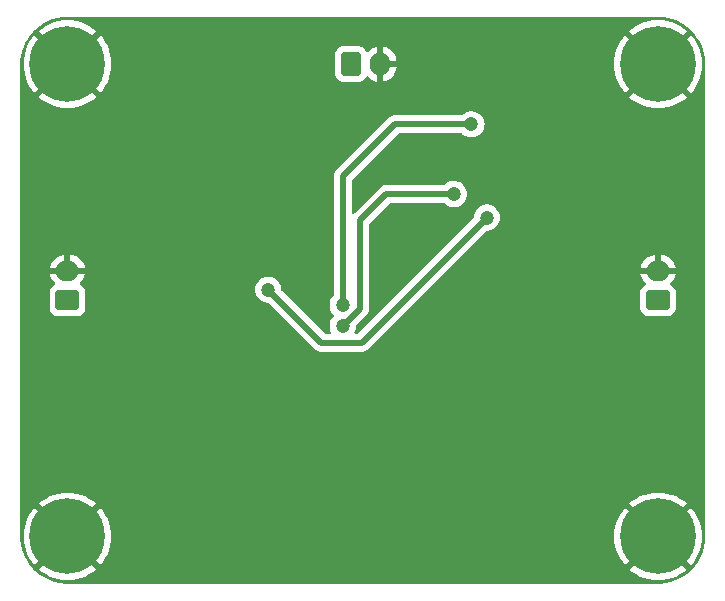
<source format=gbr>
%TF.GenerationSoftware,KiCad,Pcbnew,7.0.10-7.0.10~ubuntu22.04.1*%
%TF.CreationDate,2024-02-29T14:22:19+01:00*%
%TF.ProjectId,tp_micro_tetar_darriet,74705f6d-6963-4726-9f5f-74657461725f,rev?*%
%TF.SameCoordinates,Original*%
%TF.FileFunction,Copper,L2,Bot*%
%TF.FilePolarity,Positive*%
%FSLAX46Y46*%
G04 Gerber Fmt 4.6, Leading zero omitted, Abs format (unit mm)*
G04 Created by KiCad (PCBNEW 7.0.10-7.0.10~ubuntu22.04.1) date 2024-02-29 14:22:19*
%MOMM*%
%LPD*%
G01*
G04 APERTURE LIST*
G04 Aperture macros list*
%AMRoundRect*
0 Rectangle with rounded corners*
0 $1 Rounding radius*
0 $2 $3 $4 $5 $6 $7 $8 $9 X,Y pos of 4 corners*
0 Add a 4 corners polygon primitive as box body*
4,1,4,$2,$3,$4,$5,$6,$7,$8,$9,$2,$3,0*
0 Add four circle primitives for the rounded corners*
1,1,$1+$1,$2,$3*
1,1,$1+$1,$4,$5*
1,1,$1+$1,$6,$7*
1,1,$1+$1,$8,$9*
0 Add four rect primitives between the rounded corners*
20,1,$1+$1,$2,$3,$4,$5,0*
20,1,$1+$1,$4,$5,$6,$7,0*
20,1,$1+$1,$6,$7,$8,$9,0*
20,1,$1+$1,$8,$9,$2,$3,0*%
G04 Aperture macros list end*
%TA.AperFunction,ComponentPad*%
%ADD10C,6.400000*%
%TD*%
%TA.AperFunction,ComponentPad*%
%ADD11RoundRect,0.250000X0.750000X-0.600000X0.750000X0.600000X-0.750000X0.600000X-0.750000X-0.600000X0*%
%TD*%
%TA.AperFunction,ComponentPad*%
%ADD12O,2.000000X1.700000*%
%TD*%
%TA.AperFunction,ComponentPad*%
%ADD13RoundRect,0.250000X-0.600000X-0.750000X0.600000X-0.750000X0.600000X0.750000X-0.600000X0.750000X0*%
%TD*%
%TA.AperFunction,ComponentPad*%
%ADD14O,1.700000X2.000000*%
%TD*%
%TA.AperFunction,ViaPad*%
%ADD15C,1.200000*%
%TD*%
%TA.AperFunction,Conductor*%
%ADD16C,0.500000*%
%TD*%
G04 APERTURE END LIST*
D10*
%TO.P,H2,1,1*%
%TO.N,GND*%
X100000000Y-50000000D03*
%TD*%
D11*
%TO.P,J2,1,Pin_1*%
%TO.N,ADC_IN1*%
X50000000Y-70000000D03*
D12*
%TO.P,J2,2,Pin_2*%
%TO.N,GND*%
X50000000Y-67500000D03*
%TD*%
D10*
%TO.P,H1,1,1*%
%TO.N,GND*%
X50000000Y-50000000D03*
%TD*%
D11*
%TO.P,J4,1,Pin_1*%
%TO.N,DAC_OUT*%
X100000000Y-70000000D03*
D12*
%TO.P,J4,2,Pin_2*%
%TO.N,GND*%
X100000000Y-67500000D03*
%TD*%
D10*
%TO.P,H4,1,1*%
%TO.N,GND*%
X100000000Y-90000000D03*
%TD*%
%TO.P,H3,1,1*%
%TO.N,GND*%
X50000000Y-90000000D03*
%TD*%
D13*
%TO.P,J3,1,Pin_1*%
%TO.N,+5V*%
X74000000Y-50000000D03*
D14*
%TO.P,J3,2,Pin_2*%
%TO.N,GND*%
X76500000Y-50000000D03*
%TD*%
D15*
%TO.N,GND*%
X70300000Y-85000000D03*
X70000000Y-75100000D03*
X53000000Y-76700000D03*
X69500000Y-62000000D03*
X78000000Y-76000000D03*
X66600000Y-66900000D03*
X68600000Y-80700000D03*
X88000000Y-54800000D03*
X68000000Y-47800000D03*
X60000000Y-47700000D03*
X57000000Y-47600000D03*
X90500000Y-72000000D03*
%TO.N,NRST*%
X85500000Y-63000000D03*
X67000000Y-69100000D03*
%TO.N,USART2_RX*%
X73300000Y-70400000D03*
X84200000Y-55100000D03*
%TO.N,USART2_TX*%
X73300000Y-72200000D03*
X82700000Y-61000000D03*
%TD*%
D16*
%TO.N,NRST*%
X71500000Y-73600000D02*
X67000000Y-69100000D01*
X74900000Y-73600000D02*
X71500000Y-73600000D01*
X85500000Y-63000000D02*
X74900000Y-73600000D01*
%TO.N,USART2_RX*%
X73300000Y-59500000D02*
X77700000Y-55100000D01*
X73300000Y-70400000D02*
X73300000Y-59500000D01*
X77700000Y-55100000D02*
X84200000Y-55100000D01*
%TO.N,USART2_TX*%
X77000000Y-61000000D02*
X82700000Y-61000000D01*
X74800000Y-63200000D02*
X77000000Y-61000000D01*
X74800000Y-70700000D02*
X74800000Y-63200000D01*
X73300000Y-72200000D02*
X74800000Y-70700000D01*
%TD*%
%TA.AperFunction,Conductor*%
%TO.N,GND*%
G36*
X100002898Y-46000634D02*
G01*
X100172759Y-46008487D01*
X100172756Y-46008574D01*
X100173119Y-46008504D01*
X100369701Y-46018162D01*
X100380863Y-46019212D01*
X100563028Y-46044623D01*
X100563672Y-46044716D01*
X100747168Y-46071935D01*
X100757496Y-46073912D01*
X100938575Y-46116501D01*
X100940078Y-46116866D01*
X101117787Y-46161380D01*
X101127186Y-46164128D01*
X101304416Y-46223530D01*
X101306637Y-46224299D01*
X101478154Y-46285668D01*
X101486584Y-46289032D01*
X101657972Y-46364707D01*
X101660889Y-46366040D01*
X101825064Y-46443689D01*
X101832472Y-46447499D01*
X101929135Y-46501341D01*
X101996389Y-46538802D01*
X101999852Y-46540804D01*
X102155295Y-46633972D01*
X102161713Y-46638087D01*
X102316664Y-46744231D01*
X102320515Y-46746977D01*
X102465933Y-46854826D01*
X102471370Y-46859094D01*
X102615909Y-46979118D01*
X102620030Y-46982694D01*
X102754160Y-47104262D01*
X102758639Y-47108527D01*
X102891471Y-47241359D01*
X102895736Y-47245838D01*
X103017304Y-47379968D01*
X103020880Y-47384089D01*
X103140904Y-47528628D01*
X103145172Y-47534065D01*
X103253021Y-47679483D01*
X103255767Y-47683334D01*
X103361902Y-47838272D01*
X103366026Y-47844703D01*
X103459194Y-48000146D01*
X103461196Y-48003609D01*
X103552490Y-48167510D01*
X103556317Y-48174951D01*
X103633944Y-48339080D01*
X103635305Y-48342058D01*
X103710963Y-48513408D01*
X103714333Y-48521853D01*
X103775662Y-48693254D01*
X103776496Y-48695662D01*
X103835868Y-48872806D01*
X103838624Y-48882231D01*
X103883097Y-49059776D01*
X103883526Y-49061544D01*
X103926083Y-49242487D01*
X103928066Y-49252847D01*
X103955247Y-49436084D01*
X103955403Y-49437164D01*
X103980783Y-49619104D01*
X103981839Y-49630330D01*
X103991494Y-49826875D01*
X103991502Y-49827238D01*
X103991512Y-49827238D01*
X103999366Y-49997101D01*
X103999500Y-50002921D01*
X103999500Y-89997078D01*
X103999366Y-90002898D01*
X103991512Y-90172761D01*
X103991494Y-90173123D01*
X103981839Y-90369668D01*
X103980783Y-90380894D01*
X103955403Y-90562834D01*
X103955247Y-90563914D01*
X103928066Y-90747151D01*
X103926083Y-90757511D01*
X103883526Y-90938454D01*
X103883097Y-90940222D01*
X103838624Y-91117767D01*
X103835868Y-91127192D01*
X103776496Y-91304336D01*
X103775662Y-91306744D01*
X103714333Y-91478145D01*
X103710963Y-91486590D01*
X103635305Y-91657940D01*
X103633944Y-91660918D01*
X103556317Y-91825047D01*
X103552490Y-91832488D01*
X103461196Y-91996389D01*
X103459194Y-91999852D01*
X103366026Y-92155295D01*
X103361902Y-92161726D01*
X103255767Y-92316664D01*
X103253021Y-92320515D01*
X103145172Y-92465933D01*
X103140904Y-92471370D01*
X103020880Y-92615909D01*
X103017304Y-92620030D01*
X102895736Y-92754160D01*
X102891471Y-92758639D01*
X102758639Y-92891471D01*
X102754160Y-92895736D01*
X102620030Y-93017304D01*
X102615909Y-93020880D01*
X102471370Y-93140904D01*
X102465933Y-93145172D01*
X102320515Y-93253021D01*
X102316664Y-93255767D01*
X102161726Y-93361902D01*
X102155295Y-93366026D01*
X101999852Y-93459194D01*
X101996389Y-93461196D01*
X101832488Y-93552490D01*
X101825047Y-93556317D01*
X101660918Y-93633944D01*
X101657940Y-93635305D01*
X101486590Y-93710963D01*
X101478145Y-93714333D01*
X101306744Y-93775662D01*
X101304336Y-93776496D01*
X101127192Y-93835868D01*
X101117767Y-93838624D01*
X100940222Y-93883097D01*
X100938454Y-93883526D01*
X100757511Y-93926083D01*
X100747151Y-93928066D01*
X100563914Y-93955247D01*
X100562834Y-93955403D01*
X100380894Y-93980783D01*
X100369668Y-93981839D01*
X100173123Y-93991494D01*
X100172761Y-93991512D01*
X100002898Y-93999366D01*
X99997078Y-93999500D01*
X50002922Y-93999500D01*
X49997102Y-93999366D01*
X49827238Y-93991512D01*
X49827238Y-93991502D01*
X49826875Y-93991494D01*
X49630330Y-93981839D01*
X49619104Y-93980783D01*
X49437164Y-93955403D01*
X49436084Y-93955247D01*
X49252847Y-93928066D01*
X49242487Y-93926083D01*
X49061544Y-93883526D01*
X49059776Y-93883097D01*
X48882231Y-93838624D01*
X48872806Y-93835868D01*
X48695662Y-93776496D01*
X48693254Y-93775662D01*
X48521853Y-93714333D01*
X48513408Y-93710963D01*
X48342058Y-93635305D01*
X48339080Y-93633944D01*
X48174951Y-93556317D01*
X48167510Y-93552490D01*
X48003609Y-93461196D01*
X48000146Y-93459194D01*
X47844703Y-93366026D01*
X47838272Y-93361902D01*
X47683334Y-93255767D01*
X47679483Y-93253021D01*
X47534065Y-93145172D01*
X47528628Y-93140904D01*
X47384089Y-93020880D01*
X47379968Y-93017304D01*
X47245838Y-92895736D01*
X47241359Y-92891471D01*
X47108527Y-92758639D01*
X47104262Y-92754160D01*
X46982694Y-92620030D01*
X46979118Y-92615909D01*
X46859094Y-92471370D01*
X46854826Y-92465933D01*
X46746977Y-92320515D01*
X46744231Y-92316664D01*
X46707637Y-92263243D01*
X46638087Y-92161713D01*
X46633972Y-92155295D01*
X46540804Y-91999852D01*
X46538802Y-91996389D01*
X46460906Y-91856541D01*
X46447499Y-91832472D01*
X46443689Y-91825064D01*
X46366040Y-91660889D01*
X46364693Y-91657940D01*
X46339110Y-91600000D01*
X46289032Y-91486584D01*
X46285665Y-91478145D01*
X46224299Y-91306637D01*
X46223530Y-91304416D01*
X46164128Y-91127186D01*
X46161380Y-91117787D01*
X46116866Y-90940078D01*
X46116501Y-90938575D01*
X46073912Y-90757496D01*
X46071935Y-90747168D01*
X46044716Y-90563672D01*
X46044623Y-90563028D01*
X46019212Y-90380863D01*
X46018162Y-90369699D01*
X46008485Y-90172724D01*
X46000634Y-90002898D01*
X46000567Y-90000006D01*
X46286911Y-90000006D01*
X46307250Y-90388114D01*
X46368051Y-90771995D01*
X46468644Y-91147414D01*
X46607919Y-91510239D01*
X46607923Y-91510247D01*
X46784365Y-91856535D01*
X46784369Y-91856541D01*
X46996049Y-92182501D01*
X47202877Y-92437911D01*
X48699994Y-90940794D01*
X48701570Y-90943365D01*
X48865130Y-91134870D01*
X49056635Y-91298430D01*
X49059204Y-91300004D01*
X47562087Y-92797121D01*
X47817498Y-93003950D01*
X48143458Y-93215630D01*
X48143464Y-93215634D01*
X48489752Y-93392076D01*
X48489760Y-93392080D01*
X48852585Y-93531355D01*
X49228004Y-93631948D01*
X49611885Y-93692749D01*
X49999994Y-93713089D01*
X50000006Y-93713089D01*
X50388114Y-93692749D01*
X50771995Y-93631948D01*
X51147414Y-93531355D01*
X51510239Y-93392080D01*
X51510247Y-93392076D01*
X51856535Y-93215634D01*
X51856541Y-93215630D01*
X52182501Y-93003950D01*
X52437911Y-92797121D01*
X50940795Y-91300004D01*
X50943365Y-91298430D01*
X51134870Y-91134870D01*
X51298430Y-90943365D01*
X51300004Y-90940794D01*
X52797121Y-92437911D01*
X53003950Y-92182501D01*
X53215630Y-91856541D01*
X53215634Y-91856535D01*
X53392076Y-91510247D01*
X53392080Y-91510239D01*
X53531355Y-91147414D01*
X53631948Y-90771995D01*
X53692749Y-90388114D01*
X53713089Y-90000006D01*
X96286911Y-90000006D01*
X96307250Y-90388114D01*
X96368051Y-90771995D01*
X96468644Y-91147414D01*
X96607919Y-91510239D01*
X96607923Y-91510247D01*
X96784365Y-91856535D01*
X96784369Y-91856541D01*
X96996049Y-92182501D01*
X97202877Y-92437911D01*
X98699994Y-90940794D01*
X98701570Y-90943365D01*
X98865130Y-91134870D01*
X99056635Y-91298430D01*
X99059204Y-91300004D01*
X97562087Y-92797121D01*
X97817498Y-93003950D01*
X98143458Y-93215630D01*
X98143464Y-93215634D01*
X98489752Y-93392076D01*
X98489760Y-93392080D01*
X98852585Y-93531355D01*
X99228004Y-93631948D01*
X99611885Y-93692749D01*
X99999994Y-93713089D01*
X100000006Y-93713089D01*
X100388114Y-93692749D01*
X100771995Y-93631948D01*
X101147414Y-93531355D01*
X101510239Y-93392080D01*
X101510247Y-93392076D01*
X101856535Y-93215634D01*
X101856541Y-93215630D01*
X102182501Y-93003950D01*
X102437911Y-92797121D01*
X100940795Y-91300004D01*
X100943365Y-91298430D01*
X101134870Y-91134870D01*
X101298430Y-90943365D01*
X101300004Y-90940794D01*
X102797121Y-92437911D01*
X103003950Y-92182501D01*
X103215630Y-91856541D01*
X103215634Y-91856535D01*
X103392076Y-91510247D01*
X103392080Y-91510239D01*
X103531355Y-91147414D01*
X103631948Y-90771995D01*
X103692749Y-90388114D01*
X103713089Y-90000006D01*
X103713089Y-89999993D01*
X103692749Y-89611885D01*
X103631948Y-89228004D01*
X103531355Y-88852585D01*
X103392080Y-88489760D01*
X103392076Y-88489752D01*
X103215628Y-88143455D01*
X103003957Y-87817508D01*
X103003952Y-87817501D01*
X102797121Y-87562087D01*
X101300004Y-89059204D01*
X101298430Y-89056635D01*
X101134870Y-88865130D01*
X100943365Y-88701570D01*
X100940794Y-88699994D01*
X102437911Y-87202877D01*
X102182501Y-86996049D01*
X101856541Y-86784369D01*
X101856535Y-86784365D01*
X101510247Y-86607923D01*
X101510239Y-86607919D01*
X101147414Y-86468644D01*
X100771995Y-86368051D01*
X100388114Y-86307250D01*
X100000006Y-86286911D01*
X99999994Y-86286911D01*
X99611885Y-86307250D01*
X99228004Y-86368051D01*
X98852585Y-86468644D01*
X98489760Y-86607919D01*
X98489752Y-86607923D01*
X98143455Y-86784371D01*
X97817508Y-86996042D01*
X97817491Y-86996054D01*
X97562088Y-87202876D01*
X97562087Y-87202877D01*
X99059205Y-88699995D01*
X99056635Y-88701570D01*
X98865130Y-88865130D01*
X98701570Y-89056635D01*
X98699995Y-89059205D01*
X97202877Y-87562087D01*
X97202876Y-87562088D01*
X96996054Y-87817491D01*
X96996042Y-87817508D01*
X96784371Y-88143455D01*
X96607923Y-88489752D01*
X96607919Y-88489760D01*
X96468644Y-88852585D01*
X96368051Y-89228004D01*
X96307250Y-89611885D01*
X96286911Y-89999993D01*
X96286911Y-90000006D01*
X53713089Y-90000006D01*
X53713089Y-89999993D01*
X53692749Y-89611885D01*
X53631948Y-89228004D01*
X53531355Y-88852585D01*
X53392080Y-88489760D01*
X53392076Y-88489752D01*
X53215628Y-88143455D01*
X53003957Y-87817508D01*
X53003952Y-87817501D01*
X52797121Y-87562087D01*
X51300004Y-89059204D01*
X51298430Y-89056635D01*
X51134870Y-88865130D01*
X50943365Y-88701570D01*
X50940794Y-88699994D01*
X52437911Y-87202877D01*
X52182501Y-86996049D01*
X51856541Y-86784369D01*
X51856535Y-86784365D01*
X51510247Y-86607923D01*
X51510239Y-86607919D01*
X51147414Y-86468644D01*
X50771995Y-86368051D01*
X50388114Y-86307250D01*
X50000006Y-86286911D01*
X49999994Y-86286911D01*
X49611885Y-86307250D01*
X49228004Y-86368051D01*
X48852585Y-86468644D01*
X48489760Y-86607919D01*
X48489752Y-86607923D01*
X48143455Y-86784371D01*
X47817508Y-86996042D01*
X47817491Y-86996054D01*
X47562088Y-87202876D01*
X47562087Y-87202877D01*
X49059205Y-88699995D01*
X49056635Y-88701570D01*
X48865130Y-88865130D01*
X48701570Y-89056635D01*
X48699995Y-89059205D01*
X47202877Y-87562087D01*
X47202876Y-87562088D01*
X46996054Y-87817491D01*
X46996042Y-87817508D01*
X46784371Y-88143455D01*
X46607923Y-88489752D01*
X46607919Y-88489760D01*
X46468644Y-88852585D01*
X46368051Y-89228004D01*
X46307250Y-89611885D01*
X46286911Y-89999993D01*
X46286911Y-90000006D01*
X46000567Y-90000006D01*
X46000500Y-89997079D01*
X46000500Y-70650544D01*
X48491500Y-70650544D01*
X48502112Y-70754425D01*
X48557885Y-70922738D01*
X48650970Y-71073652D01*
X48650975Y-71073658D01*
X48776341Y-71199024D01*
X48776347Y-71199029D01*
X48776348Y-71199030D01*
X48927262Y-71292115D01*
X49095574Y-71347887D01*
X49199455Y-71358500D01*
X50800544Y-71358499D01*
X50904426Y-71347887D01*
X51072738Y-71292115D01*
X51223652Y-71199030D01*
X51349030Y-71073652D01*
X51442115Y-70922738D01*
X51497887Y-70754426D01*
X51508500Y-70650545D01*
X51508499Y-69349456D01*
X51497887Y-69245574D01*
X51449649Y-69100000D01*
X65886751Y-69100000D01*
X65905706Y-69304562D01*
X65961923Y-69502144D01*
X65961929Y-69502160D01*
X66053493Y-69686045D01*
X66053497Y-69686050D01*
X66177297Y-69849990D01*
X66329116Y-69988391D01*
X66329118Y-69988392D01*
X66503782Y-70096540D01*
X66695345Y-70170751D01*
X66897282Y-70208500D01*
X66983629Y-70208500D01*
X67051750Y-70228502D01*
X67072724Y-70245405D01*
X70918092Y-74090773D01*
X70930065Y-74104627D01*
X70944531Y-74124058D01*
X70982874Y-74156231D01*
X70990967Y-74163648D01*
X70994899Y-74167580D01*
X71019452Y-74186994D01*
X71022284Y-74189300D01*
X71080360Y-74238032D01*
X71080366Y-74238035D01*
X71086495Y-74242067D01*
X71086457Y-74242123D01*
X71092806Y-74246168D01*
X71092842Y-74246111D01*
X71099094Y-74249967D01*
X71167807Y-74282009D01*
X71171096Y-74283601D01*
X71238812Y-74317609D01*
X71238814Y-74317609D01*
X71245711Y-74320120D01*
X71245687Y-74320184D01*
X71252803Y-74322658D01*
X71252825Y-74322594D01*
X71259794Y-74324903D01*
X71334025Y-74340230D01*
X71337587Y-74341019D01*
X71411344Y-74358500D01*
X71411347Y-74358500D01*
X71418633Y-74359352D01*
X71418625Y-74359418D01*
X71426124Y-74360184D01*
X71426130Y-74360118D01*
X71433433Y-74360756D01*
X71433442Y-74360758D01*
X71507346Y-74358608D01*
X71509240Y-74358553D01*
X71512903Y-74358500D01*
X74835559Y-74358500D01*
X74853819Y-74359830D01*
X74859489Y-74360660D01*
X74877789Y-74363341D01*
X74927646Y-74358978D01*
X74938627Y-74358500D01*
X74944175Y-74358500D01*
X74944180Y-74358500D01*
X74975287Y-74354863D01*
X74978889Y-74354495D01*
X75054426Y-74347887D01*
X75054430Y-74347885D01*
X75061618Y-74346402D01*
X75061631Y-74346468D01*
X75068987Y-74344836D01*
X75068972Y-74344771D01*
X75076102Y-74343080D01*
X75076113Y-74343079D01*
X75147400Y-74317132D01*
X75150769Y-74315961D01*
X75222738Y-74292114D01*
X75222747Y-74292108D01*
X75229389Y-74289012D01*
X75229418Y-74289074D01*
X75236203Y-74285789D01*
X75236173Y-74285729D01*
X75242724Y-74282437D01*
X75242732Y-74282435D01*
X75306091Y-74240761D01*
X75309161Y-74238806D01*
X75310418Y-74238031D01*
X75373651Y-74199030D01*
X75373659Y-74199021D01*
X75379408Y-74194477D01*
X75379450Y-74194531D01*
X75385289Y-74189775D01*
X75385246Y-74189723D01*
X75390864Y-74185007D01*
X75390874Y-74185001D01*
X75442961Y-74129790D01*
X75445448Y-74127231D01*
X78922136Y-70650544D01*
X98491500Y-70650544D01*
X98502112Y-70754425D01*
X98557885Y-70922738D01*
X98650970Y-71073652D01*
X98650975Y-71073658D01*
X98776341Y-71199024D01*
X98776347Y-71199029D01*
X98776348Y-71199030D01*
X98927262Y-71292115D01*
X99095574Y-71347887D01*
X99199455Y-71358500D01*
X100800544Y-71358499D01*
X100904426Y-71347887D01*
X101072738Y-71292115D01*
X101223652Y-71199030D01*
X101349030Y-71073652D01*
X101442115Y-70922738D01*
X101497887Y-70754426D01*
X101508500Y-70650545D01*
X101508499Y-69349456D01*
X101497887Y-69245574D01*
X101442115Y-69077262D01*
X101349030Y-68926348D01*
X101349029Y-68926347D01*
X101349024Y-68926341D01*
X101223658Y-68800975D01*
X101223652Y-68800970D01*
X101077253Y-68710670D01*
X101029775Y-68657884D01*
X101018372Y-68587809D01*
X101046665Y-68522693D01*
X101056216Y-68512462D01*
X101173101Y-68400436D01*
X101173102Y-68400435D01*
X101310556Y-68214586D01*
X101414630Y-68008165D01*
X101482320Y-67787135D01*
X101486563Y-67754000D01*
X100431116Y-67754000D01*
X100459493Y-67709844D01*
X100500000Y-67571889D01*
X100500000Y-67428111D01*
X100459493Y-67290156D01*
X100431116Y-67246000D01*
X101484439Y-67246000D01*
X101453168Y-67100906D01*
X101366977Y-66886412D01*
X101245772Y-66689564D01*
X101093048Y-66516038D01*
X101093045Y-66516035D01*
X100913199Y-66370819D01*
X100711382Y-66258077D01*
X100493429Y-66181068D01*
X100265580Y-66142000D01*
X100254000Y-66142000D01*
X100254000Y-67066325D01*
X100142315Y-67015320D01*
X100035763Y-67000000D01*
X99964237Y-67000000D01*
X99857685Y-67015320D01*
X99746000Y-67066325D01*
X99746000Y-66145941D01*
X99619666Y-66156694D01*
X99619660Y-66156695D01*
X99395966Y-66214940D01*
X99185321Y-66310157D01*
X99185315Y-66310160D01*
X98993794Y-66439606D01*
X98993786Y-66439612D01*
X98826903Y-66599556D01*
X98826897Y-66599564D01*
X98689443Y-66785413D01*
X98585369Y-66991834D01*
X98517679Y-67212864D01*
X98513437Y-67246000D01*
X99568884Y-67246000D01*
X99540507Y-67290156D01*
X99500000Y-67428111D01*
X99500000Y-67571889D01*
X99540507Y-67709844D01*
X99568884Y-67754000D01*
X98515561Y-67754000D01*
X98546831Y-67899093D01*
X98633022Y-68113587D01*
X98754227Y-68310435D01*
X98906951Y-68483961D01*
X98906950Y-68483961D01*
X98934474Y-68506184D01*
X98974910Y-68564541D01*
X98977377Y-68635494D01*
X98941091Y-68696518D01*
X98921467Y-68711458D01*
X98776353Y-68800966D01*
X98776341Y-68800975D01*
X98650975Y-68926341D01*
X98650970Y-68926347D01*
X98557885Y-69077262D01*
X98502113Y-69245572D01*
X98502112Y-69245579D01*
X98491500Y-69349446D01*
X98491500Y-70650544D01*
X78922136Y-70650544D01*
X85427276Y-64145405D01*
X85489588Y-64111379D01*
X85516371Y-64108500D01*
X85602715Y-64108500D01*
X85602718Y-64108500D01*
X85804655Y-64070751D01*
X85996218Y-63996540D01*
X86170882Y-63888392D01*
X86322701Y-63749991D01*
X86446503Y-63586050D01*
X86446504Y-63586046D01*
X86446506Y-63586045D01*
X86538070Y-63402160D01*
X86538069Y-63402160D01*
X86538074Y-63402152D01*
X86594294Y-63204559D01*
X86613249Y-63000000D01*
X86594294Y-62795441D01*
X86538074Y-62597848D01*
X86518021Y-62557576D01*
X86446506Y-62413954D01*
X86446502Y-62413949D01*
X86322702Y-62250009D01*
X86170883Y-62111608D01*
X85996223Y-62003463D01*
X85996222Y-62003462D01*
X85996218Y-62003460D01*
X85878867Y-61957998D01*
X85804656Y-61929249D01*
X85754170Y-61919811D01*
X85602718Y-61891500D01*
X85397282Y-61891500D01*
X85276119Y-61914149D01*
X85195343Y-61929249D01*
X85046921Y-61986748D01*
X85003782Y-62003460D01*
X85003781Y-62003460D01*
X85003780Y-62003461D01*
X85003776Y-62003463D01*
X84829116Y-62111608D01*
X84677297Y-62250009D01*
X84553497Y-62413949D01*
X84553493Y-62413954D01*
X84461929Y-62597839D01*
X84461923Y-62597855D01*
X84405706Y-62795437D01*
X84386806Y-62999410D01*
X84360603Y-63065394D01*
X84350438Y-63076879D01*
X74622724Y-72804595D01*
X74560412Y-72838621D01*
X74533629Y-72841500D01*
X74422390Y-72841500D01*
X74354269Y-72821498D01*
X74307776Y-72767842D01*
X74297672Y-72697568D01*
X74309599Y-72659337D01*
X74338074Y-72602152D01*
X74394294Y-72404559D01*
X74413194Y-72200583D01*
X74439396Y-72134602D01*
X74449554Y-72123125D01*
X75290778Y-71281901D01*
X75304617Y-71269941D01*
X75324058Y-71255469D01*
X75356227Y-71217130D01*
X75363645Y-71209034D01*
X75367580Y-71205101D01*
X75387044Y-71180483D01*
X75389241Y-71177785D01*
X75438032Y-71119640D01*
X75438034Y-71119634D01*
X75438037Y-71119632D01*
X75442066Y-71113508D01*
X75442122Y-71113545D01*
X75446171Y-71107190D01*
X75446113Y-71107154D01*
X75449963Y-71100911D01*
X75449962Y-71100911D01*
X75449967Y-71100906D01*
X75482022Y-71032159D01*
X75483571Y-71028960D01*
X75517609Y-70961188D01*
X75517610Y-70961181D01*
X75520120Y-70954289D01*
X75520183Y-70954312D01*
X75522657Y-70947196D01*
X75522593Y-70947175D01*
X75524899Y-70940211D01*
X75524902Y-70940207D01*
X75540237Y-70865931D01*
X75541004Y-70862468D01*
X75558500Y-70788656D01*
X75558500Y-70788653D01*
X75559352Y-70781368D01*
X75559418Y-70781375D01*
X75560184Y-70773877D01*
X75560118Y-70773872D01*
X75560756Y-70766565D01*
X75560758Y-70766558D01*
X75558553Y-70690774D01*
X75558500Y-70687110D01*
X75558500Y-63566371D01*
X75578502Y-63498250D01*
X75595405Y-63477276D01*
X77277276Y-61795405D01*
X77339588Y-61761379D01*
X77366371Y-61758500D01*
X81837820Y-61758500D01*
X81905941Y-61778502D01*
X81922706Y-61791385D01*
X82029116Y-61888391D01*
X82095104Y-61929249D01*
X82203782Y-61996540D01*
X82395345Y-62070751D01*
X82597282Y-62108500D01*
X82597285Y-62108500D01*
X82802715Y-62108500D01*
X82802718Y-62108500D01*
X83004655Y-62070751D01*
X83196218Y-61996540D01*
X83370882Y-61888392D01*
X83522701Y-61749991D01*
X83646503Y-61586050D01*
X83646504Y-61586046D01*
X83646506Y-61586045D01*
X83738070Y-61402160D01*
X83738069Y-61402160D01*
X83738074Y-61402152D01*
X83794294Y-61204559D01*
X83813249Y-61000000D01*
X83794294Y-60795441D01*
X83738074Y-60597848D01*
X83675799Y-60472783D01*
X83646506Y-60413954D01*
X83646502Y-60413949D01*
X83522702Y-60250009D01*
X83370883Y-60111608D01*
X83196223Y-60003463D01*
X83196222Y-60003462D01*
X83196218Y-60003460D01*
X83078867Y-59957998D01*
X83004656Y-59929249D01*
X82954170Y-59919811D01*
X82802718Y-59891500D01*
X82597282Y-59891500D01*
X82476119Y-59914149D01*
X82395343Y-59929249D01*
X82246921Y-59986748D01*
X82203782Y-60003460D01*
X82203781Y-60003460D01*
X82203780Y-60003461D01*
X82203776Y-60003463D01*
X82029116Y-60111608D01*
X81922706Y-60208615D01*
X81858889Y-60239726D01*
X81837820Y-60241500D01*
X77064441Y-60241500D01*
X77046182Y-60240170D01*
X77022212Y-60236659D01*
X77022211Y-60236659D01*
X76987156Y-60239726D01*
X76972354Y-60241021D01*
X76961373Y-60241500D01*
X76955816Y-60241500D01*
X76924713Y-60245135D01*
X76921070Y-60245507D01*
X76845575Y-60252112D01*
X76838389Y-60253596D01*
X76838376Y-60253533D01*
X76831003Y-60255168D01*
X76831018Y-60255231D01*
X76823881Y-60256922D01*
X76752633Y-60282853D01*
X76749176Y-60284055D01*
X76704417Y-60298887D01*
X76677262Y-60307886D01*
X76677260Y-60307886D01*
X76677260Y-60307887D01*
X76670612Y-60310987D01*
X76670583Y-60310926D01*
X76663792Y-60314214D01*
X76663822Y-60314273D01*
X76657269Y-60317563D01*
X76593920Y-60359229D01*
X76590830Y-60361197D01*
X76526351Y-60400968D01*
X76520588Y-60405525D01*
X76520547Y-60405473D01*
X76514704Y-60410233D01*
X76514746Y-60410283D01*
X76509128Y-60414996D01*
X76457087Y-60470156D01*
X76454534Y-60472783D01*
X74309225Y-62618092D01*
X74295376Y-62630062D01*
X74275942Y-62644530D01*
X74270967Y-62649225D01*
X74207692Y-62681423D01*
X74137053Y-62674301D01*
X74081479Y-62630120D01*
X74058613Y-62562906D01*
X74058500Y-62557576D01*
X74058500Y-59866371D01*
X74078502Y-59798250D01*
X74095405Y-59777276D01*
X77977276Y-55895405D01*
X78039588Y-55861379D01*
X78066371Y-55858500D01*
X83337820Y-55858500D01*
X83405941Y-55878502D01*
X83422706Y-55891385D01*
X83529116Y-55988391D01*
X83529118Y-55988392D01*
X83703782Y-56096540D01*
X83895345Y-56170751D01*
X84097282Y-56208500D01*
X84097285Y-56208500D01*
X84302715Y-56208500D01*
X84302718Y-56208500D01*
X84504655Y-56170751D01*
X84696218Y-56096540D01*
X84870882Y-55988392D01*
X85022701Y-55849991D01*
X85146503Y-55686050D01*
X85146504Y-55686046D01*
X85146506Y-55686045D01*
X85238070Y-55502160D01*
X85238069Y-55502160D01*
X85238074Y-55502152D01*
X85294294Y-55304559D01*
X85313249Y-55100000D01*
X85294294Y-54895441D01*
X85238074Y-54697848D01*
X85175799Y-54572783D01*
X85146506Y-54513954D01*
X85146502Y-54513949D01*
X85022702Y-54350009D01*
X84870883Y-54211608D01*
X84696223Y-54103463D01*
X84696222Y-54103462D01*
X84696218Y-54103460D01*
X84578867Y-54057998D01*
X84504656Y-54029249D01*
X84454170Y-54019811D01*
X84302718Y-53991500D01*
X84097282Y-53991500D01*
X83976119Y-54014149D01*
X83895343Y-54029249D01*
X83746921Y-54086748D01*
X83703782Y-54103460D01*
X83703781Y-54103460D01*
X83703780Y-54103461D01*
X83703776Y-54103463D01*
X83529116Y-54211608D01*
X83422706Y-54308615D01*
X83358889Y-54339726D01*
X83337820Y-54341500D01*
X77764441Y-54341500D01*
X77746182Y-54340170D01*
X77722212Y-54336659D01*
X77722211Y-54336659D01*
X77687156Y-54339726D01*
X77672354Y-54341021D01*
X77661373Y-54341500D01*
X77655816Y-54341500D01*
X77624713Y-54345135D01*
X77621070Y-54345507D01*
X77545575Y-54352112D01*
X77538389Y-54353596D01*
X77538376Y-54353533D01*
X77531003Y-54355168D01*
X77531018Y-54355231D01*
X77523881Y-54356922D01*
X77452633Y-54382853D01*
X77449176Y-54384055D01*
X77404417Y-54398887D01*
X77377262Y-54407886D01*
X77377260Y-54407886D01*
X77377260Y-54407887D01*
X77370612Y-54410987D01*
X77370583Y-54410926D01*
X77363792Y-54414214D01*
X77363822Y-54414273D01*
X77357269Y-54417563D01*
X77293920Y-54459229D01*
X77290830Y-54461197D01*
X77226351Y-54500968D01*
X77220588Y-54505525D01*
X77220547Y-54505473D01*
X77214704Y-54510233D01*
X77214746Y-54510283D01*
X77209128Y-54514996D01*
X77157087Y-54570156D01*
X77154534Y-54572783D01*
X72809225Y-58918092D01*
X72795376Y-58930062D01*
X72775943Y-58944529D01*
X72743771Y-58982870D01*
X72736360Y-58990958D01*
X72732420Y-58994898D01*
X72732414Y-58994905D01*
X72712997Y-59019460D01*
X72710689Y-59022294D01*
X72661964Y-59080364D01*
X72657935Y-59086491D01*
X72657880Y-59086455D01*
X72653825Y-59092820D01*
X72653882Y-59092855D01*
X72650030Y-59099098D01*
X72617996Y-59167794D01*
X72616401Y-59171087D01*
X72582394Y-59238805D01*
X72579882Y-59245707D01*
X72579820Y-59245684D01*
X72577343Y-59252810D01*
X72577404Y-59252831D01*
X72575096Y-59259795D01*
X72559759Y-59334064D01*
X72558967Y-59337637D01*
X72541500Y-59411340D01*
X72540648Y-59418634D01*
X72540581Y-59418626D01*
X72539814Y-59426126D01*
X72539881Y-59426132D01*
X72539241Y-59433442D01*
X72541447Y-59509258D01*
X72541500Y-59512922D01*
X72541500Y-69535847D01*
X72521498Y-69603968D01*
X72500385Y-69628962D01*
X72477300Y-69650006D01*
X72353497Y-69813949D01*
X72353493Y-69813954D01*
X72261929Y-69997839D01*
X72261923Y-69997855D01*
X72205706Y-70195437D01*
X72186751Y-70400000D01*
X72205706Y-70604562D01*
X72261923Y-70802144D01*
X72261929Y-70802160D01*
X72353493Y-70986045D01*
X72353497Y-70986050D01*
X72477297Y-71149990D01*
X72539708Y-71206885D01*
X72576574Y-71267559D01*
X72574785Y-71338533D01*
X72539708Y-71393115D01*
X72477297Y-71450009D01*
X72353497Y-71613949D01*
X72353493Y-71613954D01*
X72261929Y-71797839D01*
X72261923Y-71797855D01*
X72205706Y-71995437D01*
X72186751Y-72200000D01*
X72205706Y-72404562D01*
X72261923Y-72602144D01*
X72261926Y-72602152D01*
X72290401Y-72659337D01*
X72302859Y-72729232D01*
X72275553Y-72794767D01*
X72217150Y-72835135D01*
X72177610Y-72841500D01*
X71866371Y-72841500D01*
X71798250Y-72821498D01*
X71777276Y-72804595D01*
X68149561Y-69176880D01*
X68115535Y-69114568D01*
X68113196Y-69099431D01*
X68094294Y-68895441D01*
X68038074Y-68697848D01*
X68037412Y-68696518D01*
X67946506Y-68513954D01*
X67946502Y-68513949D01*
X67822702Y-68350009D01*
X67670883Y-68211608D01*
X67496223Y-68103463D01*
X67496222Y-68103462D01*
X67496218Y-68103460D01*
X67378867Y-68057998D01*
X67304656Y-68029249D01*
X67254170Y-68019811D01*
X67102718Y-67991500D01*
X66897282Y-67991500D01*
X66776119Y-68014149D01*
X66695343Y-68029249D01*
X66546921Y-68086748D01*
X66503782Y-68103460D01*
X66503781Y-68103460D01*
X66503780Y-68103461D01*
X66503776Y-68103463D01*
X66329116Y-68211608D01*
X66177297Y-68350009D01*
X66053497Y-68513949D01*
X66053493Y-68513954D01*
X65961929Y-68697839D01*
X65961923Y-68697855D01*
X65905706Y-68895437D01*
X65886751Y-69100000D01*
X51449649Y-69100000D01*
X51442115Y-69077262D01*
X51349030Y-68926348D01*
X51349029Y-68926347D01*
X51349024Y-68926341D01*
X51223658Y-68800975D01*
X51223652Y-68800970D01*
X51077253Y-68710670D01*
X51029775Y-68657884D01*
X51018372Y-68587809D01*
X51046665Y-68522693D01*
X51056216Y-68512462D01*
X51173101Y-68400436D01*
X51173102Y-68400435D01*
X51310556Y-68214586D01*
X51414630Y-68008165D01*
X51482320Y-67787135D01*
X51486563Y-67754000D01*
X50431116Y-67754000D01*
X50459493Y-67709844D01*
X50500000Y-67571889D01*
X50500000Y-67428111D01*
X50459493Y-67290156D01*
X50431116Y-67246000D01*
X51484439Y-67246000D01*
X51453168Y-67100906D01*
X51366977Y-66886412D01*
X51245772Y-66689564D01*
X51093048Y-66516038D01*
X51093045Y-66516035D01*
X50913199Y-66370819D01*
X50711382Y-66258077D01*
X50493429Y-66181068D01*
X50265580Y-66142000D01*
X50254000Y-66142000D01*
X50254000Y-67066325D01*
X50142315Y-67015320D01*
X50035763Y-67000000D01*
X49964237Y-67000000D01*
X49857685Y-67015320D01*
X49746000Y-67066325D01*
X49746000Y-66145941D01*
X49619666Y-66156694D01*
X49619660Y-66156695D01*
X49395966Y-66214940D01*
X49185321Y-66310157D01*
X49185315Y-66310160D01*
X48993794Y-66439606D01*
X48993786Y-66439612D01*
X48826903Y-66599556D01*
X48826897Y-66599564D01*
X48689443Y-66785413D01*
X48585369Y-66991834D01*
X48517679Y-67212864D01*
X48513437Y-67246000D01*
X49568884Y-67246000D01*
X49540507Y-67290156D01*
X49500000Y-67428111D01*
X49500000Y-67571889D01*
X49540507Y-67709844D01*
X49568884Y-67754000D01*
X48515561Y-67754000D01*
X48546831Y-67899093D01*
X48633022Y-68113587D01*
X48754227Y-68310435D01*
X48906951Y-68483961D01*
X48906950Y-68483961D01*
X48934474Y-68506184D01*
X48974910Y-68564541D01*
X48977377Y-68635494D01*
X48941091Y-68696518D01*
X48921467Y-68711458D01*
X48776353Y-68800966D01*
X48776341Y-68800975D01*
X48650975Y-68926341D01*
X48650970Y-68926347D01*
X48557885Y-69077262D01*
X48502113Y-69245572D01*
X48502112Y-69245579D01*
X48491500Y-69349446D01*
X48491500Y-70650544D01*
X46000500Y-70650544D01*
X46000500Y-50002920D01*
X46000567Y-50000006D01*
X46286911Y-50000006D01*
X46307250Y-50388114D01*
X46368051Y-50771995D01*
X46468644Y-51147414D01*
X46607919Y-51510239D01*
X46607923Y-51510247D01*
X46784365Y-51856535D01*
X46784369Y-51856541D01*
X46996049Y-52182501D01*
X47202877Y-52437911D01*
X48699994Y-50940794D01*
X48701570Y-50943365D01*
X48865130Y-51134870D01*
X49056635Y-51298430D01*
X49059204Y-51300004D01*
X47562087Y-52797121D01*
X47817498Y-53003950D01*
X48143458Y-53215630D01*
X48143464Y-53215634D01*
X48489752Y-53392076D01*
X48489760Y-53392080D01*
X48852585Y-53531355D01*
X49228004Y-53631948D01*
X49611885Y-53692749D01*
X49999994Y-53713089D01*
X50000006Y-53713089D01*
X50388114Y-53692749D01*
X50771995Y-53631948D01*
X51147414Y-53531355D01*
X51510239Y-53392080D01*
X51510247Y-53392076D01*
X51856535Y-53215634D01*
X51856541Y-53215630D01*
X52182501Y-53003950D01*
X52437911Y-52797121D01*
X50940795Y-51300004D01*
X50943365Y-51298430D01*
X51134870Y-51134870D01*
X51298430Y-50943365D01*
X51300004Y-50940794D01*
X52797121Y-52437911D01*
X53003950Y-52182501D01*
X53215630Y-51856541D01*
X53215634Y-51856535D01*
X53392076Y-51510247D01*
X53392080Y-51510239D01*
X53531355Y-51147414D01*
X53624298Y-50800544D01*
X72641500Y-50800544D01*
X72652112Y-50904425D01*
X72707885Y-51072738D01*
X72800970Y-51223652D01*
X72800975Y-51223658D01*
X72926341Y-51349024D01*
X72926347Y-51349029D01*
X72926348Y-51349030D01*
X73077262Y-51442115D01*
X73245574Y-51497887D01*
X73349455Y-51508500D01*
X74650544Y-51508499D01*
X74754426Y-51497887D01*
X74922738Y-51442115D01*
X75073652Y-51349030D01*
X75199030Y-51223652D01*
X75289331Y-51077250D01*
X75342115Y-51029775D01*
X75412190Y-51018372D01*
X75477305Y-51046664D01*
X75487536Y-51056216D01*
X75599556Y-51173096D01*
X75599564Y-51173102D01*
X75785413Y-51310556D01*
X75991834Y-51414630D01*
X75991833Y-51414630D01*
X76212864Y-51482320D01*
X76246000Y-51486562D01*
X76246000Y-50433674D01*
X76357685Y-50484680D01*
X76464237Y-50500000D01*
X76535763Y-50500000D01*
X76642315Y-50484680D01*
X76754000Y-50433674D01*
X76754000Y-51484437D01*
X76899093Y-51453167D01*
X77113587Y-51366977D01*
X77310435Y-51245772D01*
X77483961Y-51093048D01*
X77483964Y-51093045D01*
X77629180Y-50913199D01*
X77741922Y-50711382D01*
X77818931Y-50493429D01*
X77858000Y-50265580D01*
X77858000Y-50254000D01*
X76931116Y-50254000D01*
X76959493Y-50209844D01*
X77000000Y-50071889D01*
X77000000Y-50000006D01*
X96286911Y-50000006D01*
X96307250Y-50388114D01*
X96368051Y-50771995D01*
X96468644Y-51147414D01*
X96607919Y-51510239D01*
X96607923Y-51510247D01*
X96784365Y-51856535D01*
X96784369Y-51856541D01*
X96996049Y-52182501D01*
X97202877Y-52437911D01*
X98699994Y-50940794D01*
X98701570Y-50943365D01*
X98865130Y-51134870D01*
X99056635Y-51298430D01*
X99059204Y-51300004D01*
X97562087Y-52797121D01*
X97817498Y-53003950D01*
X98143458Y-53215630D01*
X98143464Y-53215634D01*
X98489752Y-53392076D01*
X98489760Y-53392080D01*
X98852585Y-53531355D01*
X99228004Y-53631948D01*
X99611885Y-53692749D01*
X99999994Y-53713089D01*
X100000006Y-53713089D01*
X100388114Y-53692749D01*
X100771995Y-53631948D01*
X101147414Y-53531355D01*
X101510239Y-53392080D01*
X101510247Y-53392076D01*
X101856535Y-53215634D01*
X101856541Y-53215630D01*
X102182501Y-53003950D01*
X102437911Y-52797121D01*
X100940795Y-51300004D01*
X100943365Y-51298430D01*
X101134870Y-51134870D01*
X101298430Y-50943365D01*
X101300004Y-50940794D01*
X102797121Y-52437911D01*
X103003950Y-52182501D01*
X103215630Y-51856541D01*
X103215634Y-51856535D01*
X103392076Y-51510247D01*
X103392080Y-51510239D01*
X103531355Y-51147414D01*
X103631948Y-50771995D01*
X103692749Y-50388114D01*
X103713089Y-50000006D01*
X103713089Y-49999993D01*
X103692749Y-49611885D01*
X103631948Y-49228004D01*
X103531355Y-48852585D01*
X103392080Y-48489760D01*
X103392076Y-48489752D01*
X103215628Y-48143455D01*
X103003957Y-47817508D01*
X103003952Y-47817501D01*
X102797121Y-47562087D01*
X101300004Y-49059204D01*
X101298430Y-49056635D01*
X101134870Y-48865130D01*
X100943365Y-48701570D01*
X100940794Y-48699994D01*
X102437911Y-47202877D01*
X102182501Y-46996049D01*
X101856541Y-46784369D01*
X101856535Y-46784365D01*
X101510247Y-46607923D01*
X101510239Y-46607919D01*
X101147414Y-46468644D01*
X100771995Y-46368051D01*
X100388114Y-46307250D01*
X100000006Y-46286911D01*
X99999994Y-46286911D01*
X99611885Y-46307250D01*
X99228004Y-46368051D01*
X98852585Y-46468644D01*
X98489760Y-46607919D01*
X98489752Y-46607923D01*
X98143455Y-46784371D01*
X97817508Y-46996042D01*
X97817491Y-46996054D01*
X97562088Y-47202876D01*
X97562087Y-47202877D01*
X99059205Y-48699995D01*
X99056635Y-48701570D01*
X98865130Y-48865130D01*
X98701570Y-49056635D01*
X98699995Y-49059205D01*
X97202877Y-47562087D01*
X97202876Y-47562088D01*
X96996054Y-47817491D01*
X96996042Y-47817508D01*
X96784371Y-48143455D01*
X96607923Y-48489752D01*
X96607919Y-48489760D01*
X96468644Y-48852585D01*
X96368051Y-49228004D01*
X96307250Y-49611885D01*
X96286911Y-49999993D01*
X96286911Y-50000006D01*
X77000000Y-50000006D01*
X77000000Y-49928111D01*
X76959493Y-49790156D01*
X76931116Y-49746000D01*
X77854058Y-49746000D01*
X77854057Y-49745999D01*
X77843306Y-49619668D01*
X77843304Y-49619661D01*
X77785059Y-49395966D01*
X77689842Y-49185321D01*
X77689839Y-49185315D01*
X77560393Y-48993794D01*
X77560387Y-48993786D01*
X77400443Y-48826903D01*
X77400435Y-48826897D01*
X77214586Y-48689443D01*
X77008165Y-48585369D01*
X76787137Y-48517680D01*
X76754000Y-48513435D01*
X76754000Y-49566325D01*
X76642315Y-49515320D01*
X76535763Y-49500000D01*
X76464237Y-49500000D01*
X76357685Y-49515320D01*
X76246000Y-49566325D01*
X76246000Y-48515561D01*
X76100906Y-48546831D01*
X75886412Y-48633022D01*
X75689564Y-48754227D01*
X75516038Y-48906951D01*
X75516033Y-48906956D01*
X75493812Y-48934476D01*
X75435454Y-48974910D01*
X75364500Y-48977374D01*
X75303478Y-48941087D01*
X75288540Y-48921466D01*
X75278683Y-48905485D01*
X75199030Y-48776348D01*
X75199029Y-48776347D01*
X75199024Y-48776341D01*
X75073658Y-48650975D01*
X75073652Y-48650970D01*
X74967296Y-48585369D01*
X74922738Y-48557885D01*
X74801405Y-48517680D01*
X74754427Y-48502113D01*
X74754420Y-48502112D01*
X74650553Y-48491500D01*
X73349455Y-48491500D01*
X73245574Y-48502112D01*
X73077261Y-48557885D01*
X72926347Y-48650970D01*
X72926341Y-48650975D01*
X72800975Y-48776341D01*
X72800970Y-48776347D01*
X72707885Y-48927262D01*
X72652113Y-49095572D01*
X72652112Y-49095579D01*
X72641500Y-49199446D01*
X72641500Y-50800544D01*
X53624298Y-50800544D01*
X53631948Y-50771995D01*
X53692749Y-50388114D01*
X53713089Y-50000006D01*
X53713089Y-49999993D01*
X53692749Y-49611885D01*
X53631948Y-49228004D01*
X53531355Y-48852585D01*
X53392080Y-48489760D01*
X53392076Y-48489752D01*
X53215628Y-48143455D01*
X53003957Y-47817508D01*
X53003952Y-47817501D01*
X52797121Y-47562087D01*
X51300004Y-49059204D01*
X51298430Y-49056635D01*
X51134870Y-48865130D01*
X50943365Y-48701570D01*
X50940794Y-48699994D01*
X52437911Y-47202877D01*
X52182501Y-46996049D01*
X51856541Y-46784369D01*
X51856535Y-46784365D01*
X51510247Y-46607923D01*
X51510239Y-46607919D01*
X51147414Y-46468644D01*
X50771995Y-46368051D01*
X50388114Y-46307250D01*
X50000006Y-46286911D01*
X49999994Y-46286911D01*
X49611885Y-46307250D01*
X49228004Y-46368051D01*
X48852585Y-46468644D01*
X48489760Y-46607919D01*
X48489752Y-46607923D01*
X48143455Y-46784371D01*
X47817508Y-46996042D01*
X47817491Y-46996054D01*
X47562088Y-47202876D01*
X47562087Y-47202877D01*
X49059205Y-48699995D01*
X49056635Y-48701570D01*
X48865130Y-48865130D01*
X48701570Y-49056635D01*
X48699995Y-49059205D01*
X47202877Y-47562087D01*
X47202876Y-47562088D01*
X46996054Y-47817491D01*
X46996042Y-47817508D01*
X46784371Y-48143455D01*
X46607923Y-48489752D01*
X46607919Y-48489760D01*
X46468644Y-48852585D01*
X46368051Y-49228004D01*
X46307250Y-49611885D01*
X46286911Y-49999993D01*
X46286911Y-50000006D01*
X46000567Y-50000006D01*
X46000634Y-49997101D01*
X46008487Y-49827238D01*
X46008534Y-49827240D01*
X46008504Y-49826882D01*
X46018162Y-49630294D01*
X46019211Y-49619140D01*
X46044633Y-49436900D01*
X46044705Y-49436401D01*
X46071936Y-49252823D01*
X46073910Y-49242512D01*
X46116519Y-49061346D01*
X46116850Y-49059983D01*
X46161383Y-48882198D01*
X46164123Y-48872826D01*
X46223552Y-48695516D01*
X46224277Y-48693422D01*
X46285675Y-48521826D01*
X46289024Y-48513434D01*
X46364734Y-48341967D01*
X46366013Y-48339168D01*
X46443701Y-48174911D01*
X46447486Y-48167551D01*
X46538821Y-48003574D01*
X46540804Y-48000146D01*
X46633991Y-47844672D01*
X46638067Y-47838316D01*
X46744271Y-47683277D01*
X46746936Y-47679540D01*
X46854857Y-47534024D01*
X46859062Y-47528668D01*
X46979150Y-47384051D01*
X46982681Y-47379982D01*
X47104283Y-47245815D01*
X47108486Y-47241401D01*
X47241401Y-47108486D01*
X47245815Y-47104283D01*
X47379982Y-46982681D01*
X47384051Y-46979150D01*
X47528668Y-46859062D01*
X47534024Y-46854857D01*
X47679540Y-46746936D01*
X47683277Y-46744271D01*
X47838316Y-46638067D01*
X47844672Y-46633991D01*
X48000152Y-46540800D01*
X48003574Y-46538822D01*
X48167551Y-46447486D01*
X48174911Y-46443701D01*
X48339168Y-46366013D01*
X48341967Y-46364734D01*
X48513434Y-46289024D01*
X48521826Y-46285675D01*
X48693422Y-46224277D01*
X48695516Y-46223552D01*
X48872826Y-46164123D01*
X48882198Y-46161383D01*
X49059983Y-46116850D01*
X49061346Y-46116519D01*
X49242512Y-46073910D01*
X49252823Y-46071936D01*
X49436401Y-46044705D01*
X49436900Y-46044633D01*
X49619140Y-46019211D01*
X49630294Y-46018162D01*
X49826877Y-46008504D01*
X49827242Y-46008592D01*
X49827238Y-46008487D01*
X49997102Y-46000634D01*
X50002921Y-46000500D01*
X99997079Y-46000500D01*
X100002898Y-46000634D01*
G37*
%TD.AperFunction*%
%TD*%
M02*

</source>
